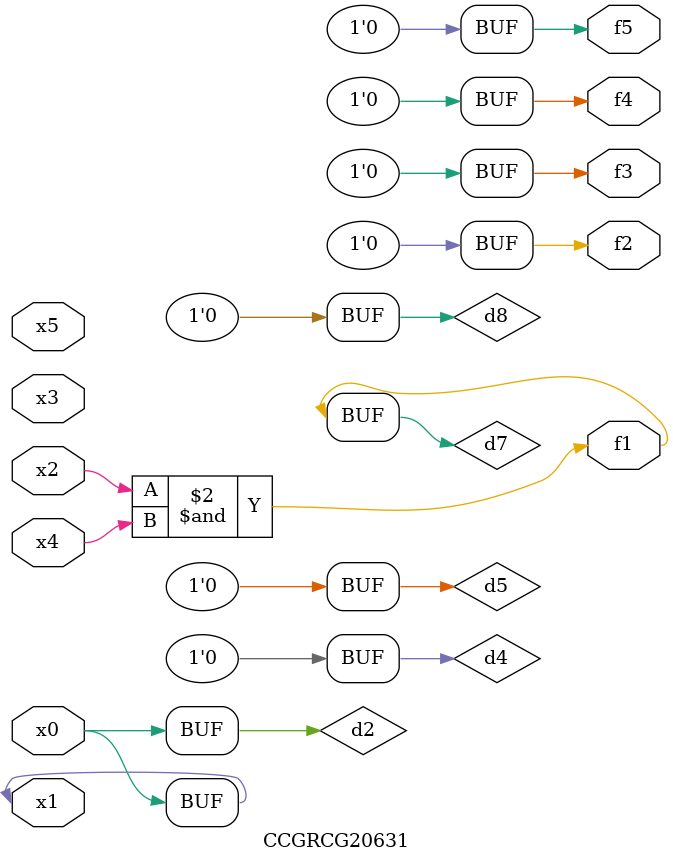
<source format=v>
module CCGRCG20631(
	input x0, x1, x2, x3, x4, x5,
	output f1, f2, f3, f4, f5
);

	wire d1, d2, d3, d4, d5, d6, d7, d8, d9;

	nand (d1, x1);
	buf (d2, x0, x1);
	nand (d3, x2, x4);
	and (d4, d1, d2);
	and (d5, d1, d2);
	nand (d6, d1, d3);
	not (d7, d3);
	xor (d8, d5);
	nor (d9, d5, d6);
	assign f1 = d7;
	assign f2 = d8;
	assign f3 = d8;
	assign f4 = d8;
	assign f5 = d8;
endmodule

</source>
